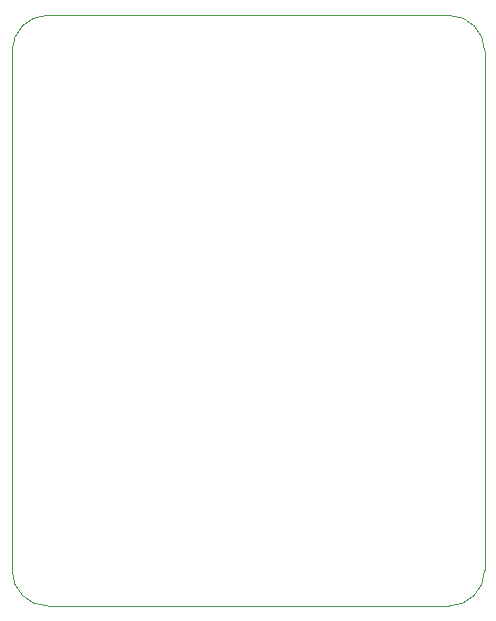
<source format=gm1>
G04 #@! TF.GenerationSoftware,KiCad,Pcbnew,9.0.4*
G04 #@! TF.CreationDate,2025-09-21T20:32:14-07:00*
G04 #@! TF.ProjectId,stepper_juicer_v1,73746570-7065-4725-9f6a-75696365725f,rev?*
G04 #@! TF.SameCoordinates,Original*
G04 #@! TF.FileFunction,Profile,NP*
%FSLAX46Y46*%
G04 Gerber Fmt 4.6, Leading zero omitted, Abs format (unit mm)*
G04 Created by KiCad (PCBNEW 9.0.4) date 2025-09-21 20:32:14*
%MOMM*%
%LPD*%
G01*
G04 APERTURE LIST*
G04 #@! TA.AperFunction,Profile*
%ADD10C,0.050000*%
G04 #@! TD*
G04 APERTURE END LIST*
D10*
X100000000Y-73000000D02*
X100000000Y-117000000D01*
X137000000Y-70000000D02*
X103000000Y-70000000D01*
X140000000Y-117000000D02*
X140000000Y-73000000D01*
X103000000Y-120000000D02*
X137000000Y-120000000D01*
X103000000Y-120000000D02*
G75*
G02*
X100000000Y-117000000I0J3000000D01*
G01*
X100000000Y-73000000D02*
G75*
G02*
X103000000Y-70000000I3000000J0D01*
G01*
X137000000Y-70000000D02*
G75*
G02*
X140000000Y-73000000I0J-3000000D01*
G01*
X140000000Y-117000000D02*
G75*
G02*
X137000000Y-120000000I-3000000J0D01*
G01*
M02*

</source>
